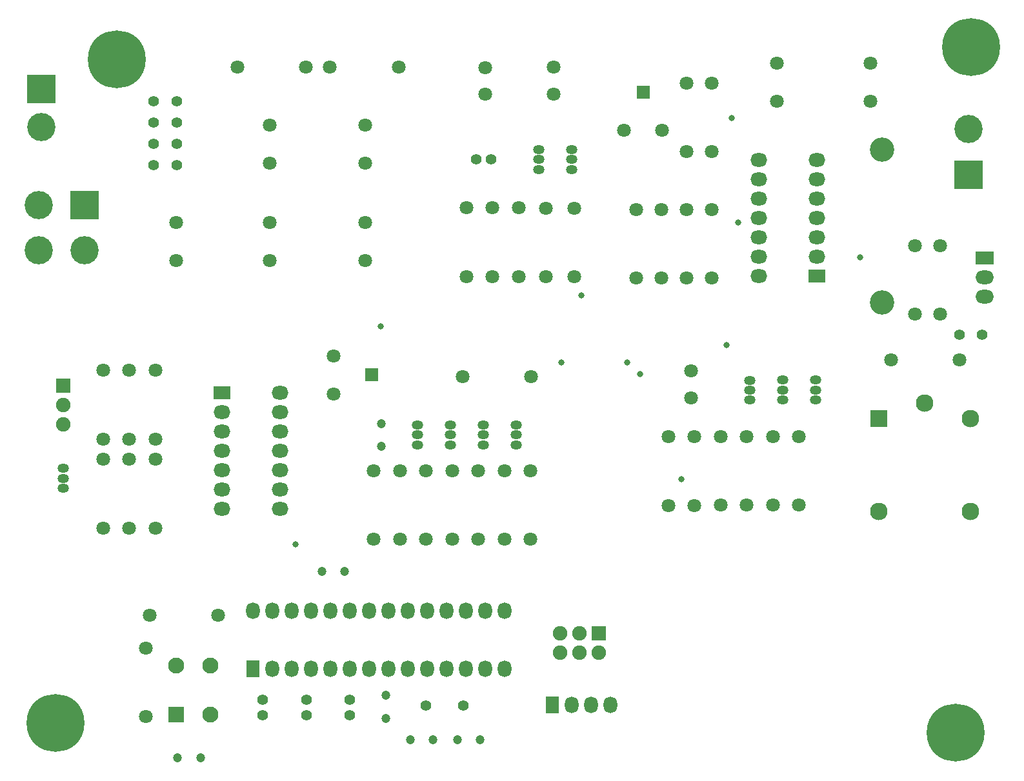
<source format=gts>
G04*
G04 #@! TF.GenerationSoftware,Altium Limited,Altium Designer,22.0.2 (36)*
G04*
G04 Layer_Color=8388736*
%FSLAX44Y44*%
%MOMM*%
G71*
G04*
G04 #@! TF.SameCoordinates,5839D2CD-8417-4FFE-AC2F-3A0E45452BBB*
G04*
G04*
G04 #@! TF.FilePolarity,Negative*
G04*
G01*
G75*
%ADD19R,1.8000X1.8000*%
%ADD20C,1.8000*%
%ADD21R,1.8000X1.8000*%
%ADD22O,1.8000X2.2000*%
%ADD23R,1.8000X2.2000*%
%ADD24C,1.9000*%
%ADD25R,1.9000X1.9000*%
%ADD26R,1.9000X1.9000*%
%ADD27C,2.1000*%
%ADD28R,2.1000X2.1000*%
%ADD29C,7.6000*%
%ADD30C,1.4000*%
%ADD31R,2.3000X2.3000*%
%ADD32C,2.3000*%
%ADD33C,3.7000*%
%ADD34R,3.7000X3.7000*%
%ADD35C,1.2000*%
%ADD36R,3.7000X3.7000*%
%ADD37R,2.4000X1.8000*%
%ADD38O,2.4000X1.8000*%
%ADD39O,1.5000X1.2000*%
%ADD40C,3.2000*%
%ADD41O,2.2000X1.8000*%
%ADD42R,2.2000X1.8000*%
%ADD43C,0.8000*%
D19*
X1100000Y1171000D02*
D03*
D20*
X1075000Y1121000D02*
D03*
X1125000D02*
D03*
X694000Y775000D02*
D03*
Y825000D02*
D03*
X936460Y1019240D02*
D03*
Y929240D02*
D03*
X425450Y598890D02*
D03*
Y688890D02*
D03*
Y715730D02*
D03*
Y805730D02*
D03*
X459740Y688890D02*
D03*
Y598890D02*
D03*
X902170Y1019240D02*
D03*
Y929240D02*
D03*
X459740Y805730D02*
D03*
Y715730D02*
D03*
X867880Y1019240D02*
D03*
Y929240D02*
D03*
X391160Y598890D02*
D03*
Y688890D02*
D03*
X1457000Y969750D02*
D03*
Y879750D02*
D03*
X657750Y1204250D02*
D03*
X567750D02*
D03*
X391160Y805730D02*
D03*
Y715730D02*
D03*
X1489500Y969750D02*
D03*
Y879750D02*
D03*
X918500Y584000D02*
D03*
Y674000D02*
D03*
X883760Y584330D02*
D03*
Y674330D02*
D03*
X1156990Y1183260D02*
D03*
Y1093260D02*
D03*
X1132840Y628650D02*
D03*
Y718650D02*
D03*
X863000Y798000D02*
D03*
X953000D02*
D03*
X815180Y584330D02*
D03*
Y674330D02*
D03*
X849470Y584330D02*
D03*
Y674330D02*
D03*
X1190010Y926890D02*
D03*
Y1016890D02*
D03*
X1156990Y926890D02*
D03*
Y1016890D02*
D03*
X1270000Y718820D02*
D03*
Y628820D02*
D03*
X1201420Y718820D02*
D03*
Y628820D02*
D03*
X1304290D02*
D03*
Y718820D02*
D03*
X1090950Y1016890D02*
D03*
Y926890D02*
D03*
X780890Y584330D02*
D03*
Y674330D02*
D03*
X952340Y674330D02*
D03*
Y584330D02*
D03*
X746600Y674330D02*
D03*
Y584330D02*
D03*
X1123970Y926890D02*
D03*
Y1016890D02*
D03*
X1190010Y1093260D02*
D03*
Y1183260D02*
D03*
X1167130Y718650D02*
D03*
Y628650D02*
D03*
X1235710Y718820D02*
D03*
Y628820D02*
D03*
X447040Y351240D02*
D03*
Y441240D02*
D03*
X452500Y484250D02*
D03*
X542500D02*
D03*
X610000Y1077500D02*
D03*
Y1127500D02*
D03*
X487500Y950000D02*
D03*
Y1000000D02*
D03*
X735000Y1077500D02*
D03*
Y1127500D02*
D03*
Y950000D02*
D03*
Y1000000D02*
D03*
X610000Y950000D02*
D03*
Y1000000D02*
D03*
X1398250Y1209000D02*
D03*
Y1159000D02*
D03*
X1275750Y1209000D02*
D03*
Y1159000D02*
D03*
X892500Y1168500D02*
D03*
Y1203500D02*
D03*
X982500Y1168750D02*
D03*
Y1203750D02*
D03*
X1162500Y770000D02*
D03*
Y805000D02*
D03*
X779000Y1204000D02*
D03*
X689000D02*
D03*
X1010000Y929000D02*
D03*
Y1019000D02*
D03*
X972000Y929000D02*
D03*
Y1019000D02*
D03*
X1425000Y820000D02*
D03*
X1515000D02*
D03*
D21*
X744000Y800000D02*
D03*
D22*
X1056640Y367030D02*
D03*
X1031240D02*
D03*
X1005840D02*
D03*
X613410Y414020D02*
D03*
X638810D02*
D03*
X664210D02*
D03*
X689610D02*
D03*
X715010D02*
D03*
X740410D02*
D03*
X765810D02*
D03*
X791210D02*
D03*
X816610D02*
D03*
X842010D02*
D03*
X867410D02*
D03*
X892810D02*
D03*
X918210D02*
D03*
X588010Y490220D02*
D03*
X613410D02*
D03*
X638810D02*
D03*
X664210D02*
D03*
X689610D02*
D03*
X715010D02*
D03*
X740410D02*
D03*
X765810D02*
D03*
X791210D02*
D03*
X816610D02*
D03*
X842010D02*
D03*
X867410D02*
D03*
X892810D02*
D03*
X918210D02*
D03*
D23*
X980440Y367030D02*
D03*
X588010Y414020D02*
D03*
D24*
X990600Y435610D02*
D03*
X1016000D02*
D03*
X1041400D02*
D03*
X990600Y461010D02*
D03*
X1016000D02*
D03*
X339090Y735330D02*
D03*
Y760730D02*
D03*
D25*
X1041400Y461010D02*
D03*
D26*
X339090Y786130D02*
D03*
D27*
X486770Y418580D02*
D03*
X531770D02*
D03*
Y353580D02*
D03*
D28*
X486770D02*
D03*
D29*
X408940Y1214120D02*
D03*
X328930Y342900D02*
D03*
X1510000Y330000D02*
D03*
X1530000Y1230000D02*
D03*
D30*
X487860Y1158840D02*
D03*
X457860D02*
D03*
X487860Y1130900D02*
D03*
X457860D02*
D03*
X487860Y1102960D02*
D03*
X457860D02*
D03*
X487860Y1075020D02*
D03*
X457860D02*
D03*
X1544750Y852750D02*
D03*
X1514750D02*
D03*
X814830Y365590D02*
D03*
X863830D02*
D03*
X880750Y1083250D02*
D03*
X900750D02*
D03*
X657860Y373060D02*
D03*
Y353060D02*
D03*
X600710Y373060D02*
D03*
Y353060D02*
D03*
X715010Y373220D02*
D03*
Y353220D02*
D03*
D31*
X1409500Y742500D02*
D03*
D32*
X1529500D02*
D03*
X1409500Y620500D02*
D03*
X1529500D02*
D03*
X1469500Y762500D02*
D03*
D33*
X306550Y963140D02*
D03*
X366550D02*
D03*
X306550Y1023140D02*
D03*
X310000Y1125000D02*
D03*
X1527000Y1123000D02*
D03*
D34*
X366550Y1023140D02*
D03*
D35*
X756760Y735770D02*
D03*
Y705770D02*
D03*
X762750Y379000D02*
D03*
Y349000D02*
D03*
X708500Y541750D02*
D03*
X678500D02*
D03*
X489190Y297180D02*
D03*
X519190D02*
D03*
X886210Y321140D02*
D03*
X856210D02*
D03*
X794250Y321250D02*
D03*
X824250D02*
D03*
D36*
X310000Y1175000D02*
D03*
X1527000Y1063000D02*
D03*
D37*
X1547750Y953800D02*
D03*
D38*
Y928400D02*
D03*
Y903000D02*
D03*
D39*
X1006310Y1095610D02*
D03*
Y1082610D02*
D03*
Y1069610D02*
D03*
X963130Y1095610D02*
D03*
Y1082610D02*
D03*
Y1069610D02*
D03*
X339000Y677250D02*
D03*
Y664250D02*
D03*
Y651250D02*
D03*
X890110Y734070D02*
D03*
Y721070D02*
D03*
Y708070D02*
D03*
X846930Y734070D02*
D03*
Y721070D02*
D03*
Y708070D02*
D03*
X1326630Y793020D02*
D03*
Y780020D02*
D03*
Y767020D02*
D03*
X933290Y734070D02*
D03*
Y721070D02*
D03*
Y708070D02*
D03*
X1283450Y793020D02*
D03*
Y780020D02*
D03*
Y767020D02*
D03*
X1240270Y792720D02*
D03*
Y779720D02*
D03*
Y766720D02*
D03*
X803750Y734070D02*
D03*
Y721070D02*
D03*
Y708070D02*
D03*
D40*
X1413250Y1095250D02*
D03*
Y895250D02*
D03*
D41*
X1252000Y1082150D02*
D03*
Y1056750D02*
D03*
Y1031350D02*
D03*
Y1005950D02*
D03*
Y980550D02*
D03*
Y955150D02*
D03*
Y929750D02*
D03*
X1328200Y1082150D02*
D03*
Y1056750D02*
D03*
Y1031350D02*
D03*
Y1005950D02*
D03*
Y980550D02*
D03*
Y955150D02*
D03*
X623100Y623800D02*
D03*
Y649200D02*
D03*
Y674600D02*
D03*
Y700000D02*
D03*
Y725400D02*
D03*
Y750800D02*
D03*
Y776200D02*
D03*
X546900Y623800D02*
D03*
Y649200D02*
D03*
Y674600D02*
D03*
Y700000D02*
D03*
Y725400D02*
D03*
Y750800D02*
D03*
D42*
X1328200Y929750D02*
D03*
X546900Y776200D02*
D03*
D43*
X644000Y577500D02*
D03*
X993000Y816250D02*
D03*
X1079000D02*
D03*
X756000Y864000D02*
D03*
X1225000Y1000000D02*
D03*
X1096000Y801000D02*
D03*
X1385000Y954000D02*
D03*
X1216000Y1137000D02*
D03*
X1150000Y663000D02*
D03*
X1209000Y839000D02*
D03*
X1018750Y904500D02*
D03*
M02*

</source>
